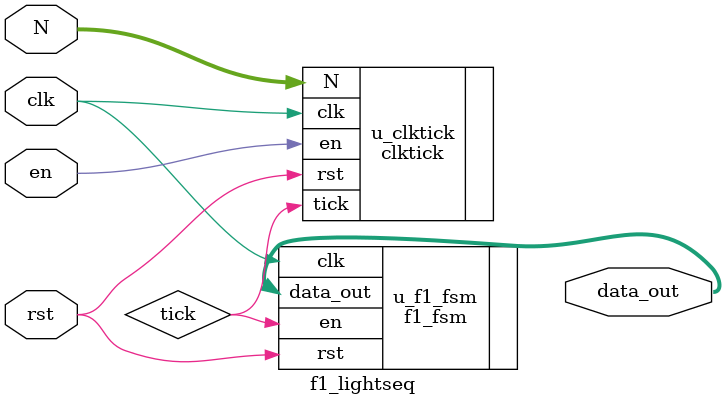
<source format=sv>
module f1_lightseq #(
    parameter WIDTH = 16
)(
    input   logic       rst,
    input   logic       en,
    input   logic       clk,
    input  logic [WIDTH-1:0] N,  
    output  logic [8:0] data_out
);

logic tick;

clktick #(.WIDTH(WIDTH)) u_clktick (
    .clk(clk),
    .rst(rst),
    .en(en),
    .N(N),
    .tick(tick)
);

f1_fsm u_f1_fsm (
    .rst(rst),
    .en(tick),
    .clk(clk),
    .data_out(data_out)
);

endmodule

</source>
